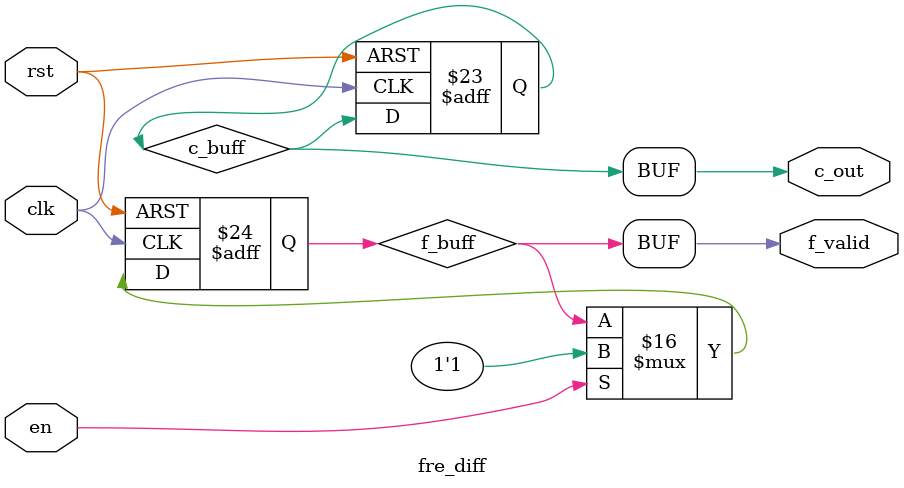
<source format=v>
module fre_diff(clk,en,rst,c_out,f_valid);
input en;
input clk;
input rst;
output c_out;
output f_valid;
reg [5:0] countd;
reg c_buff;
reg f_buff;
assign c_out=c_buff;
assign f_valid=f_buff;
always@(posedge clk or negedge rst)
begin
	if(!rst)
	begin
		countd<=0;
		c_buff<=0;
		f_buff<=0;
	end
	else if(en==1)
	begin
		if(countd==50)
		begin
			countd<=1;
			c_buff<=c_buff;
		end
		else
		begin
			countd=countd+1;
		end
		f_buff<=1;
	end
end
endmodule
</source>
